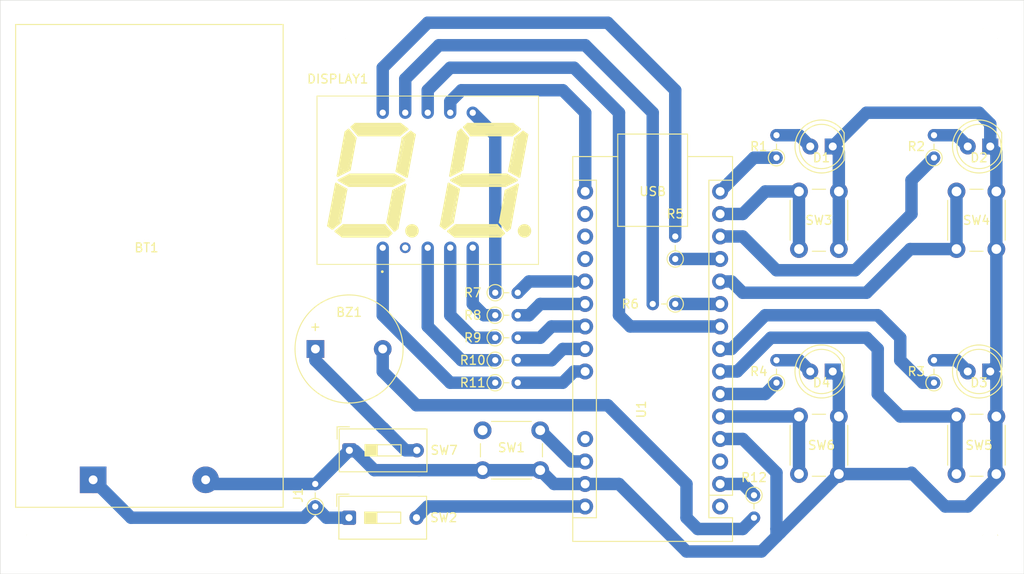
<source format=kicad_pcb>
(kicad_pcb (version 20241229) (generator "pcbnew") (generator_version "9.0")
  (layers (0 "F.Cu" signal) (2 "B.Cu" signal) (13 "F.Paste" user) (15 "B.Paste" user) (5 "F.SilkS" user "F.Silkscreen") (7 "B.SilkS" user "B.Silkscreen") (1 "F.Mask" user) (3 "B.Mask" user) (25 "Edge.Cuts" user))
  (net 0 "")
  (net 1 "GND")
  (net 2 "Net-(BT1-+)")
  (net 3 "Net-(BZ1-+)")
  (net 4 "Net-(BZ1--)")
  (net 5 "Net-(D1-A)")
  (net 6 "Net-(D2-A)")
  (net 7 "D05")
  (net 8 "Net-(D4-A)")
  (net 9 "SEG_C")
  (net 10 "SEG_B")
  (net 11 "SEG_A")
  (net 12 "SEG_G")
  (net 13 "SEG_D")
  (net 14 "SEG_F")
  (net 15 "DIG_2")
  (net 16 "SEG_E")
  (net 17 "DIG_1")
  (net 18 "D12")
  (net 19 "D08")
  (net 20 "D04")
  (net 21 "D09")
  (net 22 "D07")
  (net 23 "A01")
  (net 24 "A02")
  (net 25 "A03")
  (net 26 "A04")
  (net 27 "A05")
  (net 28 "D00")
  (net 29 "RST")
  (net 30 "VIN")
  (net 31 "D11")
  (net 32 "D10")
  (net 33 "D03")
  (net 34 "D02")
  (net 42 "Net-(D3-A)")
  (footprint "Resistor_THT:R_Axial_DIN0204_L3.6mm_D1.6mm_P2.54mm_Vertical" (layer "F.Cu") (at 167.64 95.25 180)
    (property "Reference" "R6" (at 5.08 0 0) (layer "F.SilkS"))
    (property "Value" "470" (hide yes))
    (pad "1" thru_hole circle (at 0 0 180) (size 1.4 1.4) (drill 0.7) (layers "*.Cu" "*.Mask") (net 22 "D07"))
    (pad "2" thru_hole circle (at 2.54 0 180) (size 1.4 1.4) (drill 0.7) (layers "*.Cu" "*.Mask") (net 10 "SEG_B"))
  )
  (footprint "LED_THT:LED_D5.0mm" (layer "F.Cu") (at 185.42 77.47 180)
    (property "Reference" "D1" (at 1.27 -1.27 0) (layer "F.SilkS"))
    (property "Value" "LED" (hide yes))
    (pad "1" thru_hole rect (at 0 0 180) (size 1.8 1.8) (drill 0.9) (layers "*.Cu" "*.Mask") (net 1 "GND"))
    (pad "2" thru_hole circle (at 2.54 0 180) (size 1.8 1.8) (drill 0.9) (layers "*.Cu" "*.Mask") (net 5 "Net-(D1-A)"))
  )
  (footprint "LED_THT:LED_D5.0mm" (layer "F.Cu") (at 203.2 77.47 180)
    (property "Reference" "D2" (at 1.27 -1.27 0) (layer "F.SilkS"))
    (property "Value" "LED" (hide yes))
    (pad "1" thru_hole rect (at 0 0 180) (size 1.8 1.8) (drill 0.9) (layers "*.Cu" "*.Mask") (net 1 "GND"))
    (pad "2" thru_hole circle (at 2.54 0 180) (size 1.8 1.8) (drill 0.9) (layers "*.Cu" "*.Mask") (net 6 "Net-(D2-A)"))
  )
  (footprint "Resistor_THT:R_Axial_DIN0204_L3.6mm_D1.6mm_P2.54mm_Vertical" (layer "F.Cu") (at 179.07 104.14 90)
    (property "Reference" "R4" (at 1.27 -2 180) (layer "F.SilkS"))
    (property "Value" "330" (hide yes))
    (pad "1" thru_hole circle (at 0 0 90) (size 1.4 1.4) (drill 0.7) (layers "*.Cu" "*.Mask") (net 33 "D03"))
    (pad "2" thru_hole circle (at 2.54 0 90) (size 1.4 1.4) (drill 0.7) (layers "*.Cu" "*.Mask") (net 8 "Net-(D4-A)"))
  )
  (footprint "Button_Switch_THT:SW_PUSH_6mm_H9.5mm" (layer "F.Cu") (at 199.39 89.05 90)
    (property "Reference" "SW4" (at 3.25 2.25 180) (layer "F.SilkS"))
    (property "Value" "SW_Push" (hide yes))
    (pad "1" thru_hole circle (at 0 0 180) (size 2 2) (drill 1.1) (layers "*.Cu" "*.Mask") (net 19 "D08"))
    (pad "1" thru_hole circle (at 6.5 0 180) (size 2 2) (drill 1.1) (layers "*.Cu" "*.Mask") (net 19 "D08"))
    (pad "2" thru_hole circle (at 0 4.5 180) (size 2 2) (drill 1.1) (layers "*.Cu" "*.Mask") (net 1 "GND"))
    (pad "2" thru_hole circle (at 6.5 4.5 180) (size 2 2) (drill 1.1) (layers "*.Cu" "*.Mask") (net 1 "GND"))
  )
  (footprint "LED_THT:LED_D5.0mm" (layer "F.Cu") (at 185.42 102.87 180)
    (property "Reference" "D4" (at 1.27 -1.27 0) (layer "F.SilkS"))
    (property "Value" "LED" (hide yes))
    (pad "1" thru_hole rect (at 0 0 180) (size 1.8 1.8) (drill 0.9) (layers "*.Cu" "*.Mask") (net 1 "GND"))
    (pad "2" thru_hole circle (at 2.54 0 180) (size 1.8 1.8) (drill 0.9) (layers "*.Cu" "*.Mask") (net 8 "Net-(D4-A)"))
  )
  (footprint "Resistor_THT:R_Axial_DIN0204_L3.6mm_D1.6mm_P2.54mm_Vertical" (layer "F.Cu") (at 179.07 78.74 90)
    (property "Reference" "R1" (at 1.27 -2 180) (layer "F.SilkS"))
    (property "Value" "330" (hide yes))
    (pad "1" thru_hole circle (at 0 0 90) (size 1.4 1.4) (drill 0.7) (layers "*.Cu" "*.Mask") (net 18 "D12"))
    (pad "2" thru_hole circle (at 2.54 0 90) (size 1.4 1.4) (drill 0.7) (layers "*.Cu" "*.Mask") (net 5 "Net-(D1-A)"))
  )
  (footprint "Resistor_THT:R_Axial_DIN0204_L3.6mm_D1.6mm_P2.54mm_Vertical" (layer "F.Cu") (at 147.32 99.06)
    (property "Reference" "R9" (at -2.54 0 0) (layer "F.SilkS"))
    (property "Value" "470" (hide yes))
    (pad "1" thru_hole circle (at 0 0) (size 1.4 1.4) (drill 0.7) (layers "*.Cu" "*.Mask") (net 13 "SEG_D"))
    (pad "2" thru_hole circle (at 2.54 0) (size 1.4 1.4) (drill 0.7) (layers "*.Cu" "*.Mask") (net 25 "A03"))
  )
  (footprint "Button_Switch_THT:SW_PUSH_6mm_H9.5mm" (layer "F.Cu") (at 181.61 89.05 90)
    (property "Reference" "SW3" (at 3.25 2.25 0) (layer "F.SilkS"))
    (property "Value" "SW_Push" (hide yes))
    (pad "1" thru_hole circle (at 0 0 180) (size 2 2) (drill 1.1) (layers "*.Cu" "*.Mask") (net 31 "D11"))
    (pad "1" thru_hole circle (at 6.5 0 180) (size 2 2) (drill 1.1) (layers "*.Cu" "*.Mask") (net 31 "D11"))
    (pad "2" thru_hole circle (at 0 4.5 180) (size 2 2) (drill 1.1) (layers "*.Cu" "*.Mask") (net 1 "GND"))
    (pad "2" thru_hole circle (at 6.5 4.5 180) (size 2 2) (drill 1.1) (layers "*.Cu" "*.Mask") (net 1 "GND"))
  )
  (footprint "Button_Switch_THT:SW_PUSH_6mm_H9.5mm" (layer "F.Cu") (at 181.61 114.45 90)
    (property "Reference" "SW6" (at 3.25 2.54 180) (layer "F.SilkS"))
    (property "Value" "SW_Push" (hide yes))
    (pad "1" thru_hole circle (at 0 0 180) (size 2 2) (drill 1.1) (layers "*.Cu" "*.Mask") (net 34 "D02"))
    (pad "1" thru_hole circle (at 6.5 0 180) (size 2 2) (drill 1.1) (layers "*.Cu" "*.Mask") (net 34 "D02"))
    (pad "2" thru_hole circle (at 0 4.5 180) (size 2 2) (drill 1.1) (layers "*.Cu" "*.Mask") (net 1 "GND"))
    (pad "2" thru_hole circle (at 6.5 4.5 180) (size 2 2) (drill 1.1) (layers "*.Cu" "*.Mask") (net 1 "GND"))
  )
  (footprint "Button_Switch_THT:SW_PUSH_6mm_H9.5mm" (layer "F.Cu") (at 152.4 114.01 180)
    (property "Reference" "SW1" (at 3.25 2.54 0) (layer "F.SilkS"))
    (property "Value" "SW_Push" (hide yes))
    (pad "1" thru_hole circle (at 0 0 270) (size 2 2) (drill 1.1) (layers "*.Cu" "*.Mask") (net 1 "GND"))
    (pad "1" thru_hole circle (at 6.5 0 270) (size 2 2) (drill 1.1) (layers "*.Cu" "*.Mask") (net 1 "GND"))
    (pad "2" thru_hole circle (at 0 4.5 270) (size 2 2) (drill 1.1) (layers "*.Cu" "*.Mask") (net 29 "RST"))
    (pad "2" thru_hole circle (at 6.5 4.5 270) (size 2 2) (drill 1.1) (layers "*.Cu" "*.Mask") (net 29 "RST"))
  )
  (footprint "Resistor_THT:R_Axial_DIN0204_L3.6mm_D1.6mm_P2.54mm_Vertical" (layer "F.Cu") (at 147.32 96.52)
    (property "Reference" "R8" (at -2.54 0 0) (layer "F.SilkS"))
    (property "Value" "470" (hide yes))
    (pad "1" thru_hole circle (at 0 0) (size 1.4 1.4) (drill 0.7) (layers "*.Cu" "*.Mask") (net 14 "SEG_F"))
    (pad "2" thru_hole circle (at 2.54 0) (size 1.4 1.4) (drill 0.7) (layers "*.Cu" "*.Mask") (net 24 "A02"))
  )
  (footprint "Button_Switch_THT:SW_DIP_SPSTx01_Slide_9.78x4.72mm_W7.62mm_P2.54mm" (layer "F.Cu") (at 130.8525 111.7725)
    (property "Reference" "SW7" (at 10.7 -0.0125 180) (layer "F.SilkS"))
    (property "Value" "SW_SOUND")
    (pad "1" thru_hole roundrect (at 0 0) (size 1.6 1.6) (drill 0.8) (layers "*.Cu" "*.Mask") (roundrect_rratio 0.15625) (net 1 "GND"))
    (pad "2" thru_hole circle (at 7.62 0) (size 1.6 1.6) (drill 0.8) (layers "*.Cu" "*.Mask") (net 3 "Net-(BZ1-+)"))
  )
  (footprint "Resistor_THT:R_Axial_DIN0204_L3.6mm_D1.6mm_P2.54mm_Vertical" (layer "F.Cu") (at 147.32 101.6)
    (property "Reference" "R10" (at -2.54 0 0) (layer "F.SilkS"))
    (property "Value" "470" (hide yes))
    (pad "1" thru_hole circle (at 0 0) (size 1.4 1.4) (drill 0.7) (layers "*.Cu" "*.Mask") (net 16 "SEG_E"))
    (pad "2" thru_hole circle (at 2.54 0) (size 1.4 1.4) (drill 0.7) (layers "*.Cu" "*.Mask") (net 26 "A04"))
  )
  (footprint "MountingHole:MountingHole_2mm" (layer "F.Cu") (at 203.2 64.77)
    (property "Reference" "H2" (at 0 0 0) (layer "F.SilkS"))
    (property "Value" "MountingHole" (hide yes))
    (pad "" np_thru_hole circle (at 0 0) (size 2 2) (drill 2) (layers "*.Cu" "*.Mask"))
  )
  (footprint "MountingHole:MountingHole_2mm" (layer "F.Cu") (at 203.2 121.92)
    (property "Reference" "H3" (at 0 0 0) (layer "F.SilkS"))
    (property "Value" "MountingHole" (hide yes))
    (pad "" np_thru_hole circle (at 0 0) (size 2 2) (drill 2) (layers "*.Cu" "*.Mask"))
  )
  (footprint "Resistor_THT:R_Axial_DIN0204_L3.6mm_D1.6mm_P2.54mm_Vertical" (layer "F.Cu") (at 127 118.11 90)
    (property "Reference" "J1" (at 1.27 -1.92 90) (layer "F.SilkS"))
    (property "Value" "01x02" (hide yes))
    (pad "1" thru_hole circle (at 0 0 90) (size 1.4 1.4) (drill 0.7) (layers "*.Cu" "*.Mask") (net 2 "Net-(BT1-+)"))
    (pad "2" thru_hole circle (at 2.54 0 90) (size 1.4 1.4) (drill 0.7) (layers "*.Cu" "*.Mask") (net 1 "GND"))
  )
  (footprint "Resistor_THT:R_Axial_DIN0204_L3.6mm_D1.6mm_P2.54mm_Vertical" (layer "F.Cu") (at 196.85 104.14 90)
    (property "Reference" "R3" (at 1.27 -2 0) (layer "F.SilkS"))
    (property "Value" "330" (hide yes))
    (pad "1" thru_hole circle (at 0 0 90) (size 1.4 1.4) (drill 0.7) (layers "*.Cu" "*.Mask") (net 7 "D05"))
    (pad "2" thru_hole circle (at 2.54 0 90) (size 1.4 1.4) (drill 0.7) (layers "*.Cu" "*.Mask") (net 42 "Net-(D3-A)"))
  )
  (footprint "Custom:Arduino_Nano_v3" (layer "F.Cu") (at 172.71 118.11 180)
    (property "Reference" "U1" (at 8.89 10.96 90) (layer "F.SilkS"))
    (property "Value" "Arduino_Nano_v3")
    (fp_text user "USB" (at 7.62 35.56 0) (layer "F.SilkS"))
    (pad "1" thru_hole circle (at 0 0 180) (size 1.8 1.8) (drill 1) (layers "*.Cu" "*.Mask"))
    (pad "2" thru_hole circle (at 0 2.54 180) (size 1.8 1.8) (drill 1) (layers "*.Cu" "*.Mask") (net 28 "D00"))
    (pad "3" thru_hole circle (at 0 5.08 180) (size 1.8 1.8) (drill 1) (layers "*.Cu" "*.Mask"))
    (pad "4" thru_hole circle (at 0 7.62 180) (size 1.8 1.8) (drill 1) (layers "*.Cu" "*.Mask") (net 1 "GND"))
    (pad "5" thru_hole circle (at 0 10.16 180) (size 1.8 1.8) (drill 1) (layers "*.Cu" "*.Mask") (net 34 "D02"))
    (pad "6" thru_hole circle (at 0 12.7 180) (size 1.8 1.8) (drill 1) (layers "*.Cu" "*.Mask") (net 33 "D03"))
    (pad "7" thru_hole circle (at 0 15.24 180) (size 1.8 1.8) (drill 1) (layers "*.Cu" "*.Mask") (net 20 "D04"))
    (pad "8" thru_hole circle (at 0 17.78 180) (size 1.8 1.8) (drill 1) (layers "*.Cu" "*.Mask") (net 7 "D05"))
    (pad "9" thru_hole circle (at 0 20.32 180) (size 1.8 1.8) (drill 1) (layers "*.Cu" "*.Mask") (net 17 "DIG_1"))
    (pad "10" thru_hole circle (at 0 22.86 180) (size 1.8 1.8) (drill 1) (layers "*.Cu" "*.Mask") (net 22 "D07"))
    (pad "11" thru_hole circle (at 0 25.4 180) (size 1.8 1.8) (drill 1) (layers "*.Cu" "*.Mask") (net 19 "D08"))
    (pad "12" thru_hole circle (at 0 27.94 180) (size 1.8 1.8) (drill 1) (layers "*.Cu" "*.Mask") (net 21 "D09"))
    (pad "13" thru_hole circle (at 0 30.48 180) (size 1.8 1.8) (drill 1) (layers "*.Cu" "*.Mask") (net 32 "D10"))
    (pad "14" thru_hole circle (at 0 33.02 180) (size 1.8 1.8) (drill 1) (layers "*.Cu" "*.Mask") (net 31 "D11"))
    (pad "15" thru_hole circle (at 0 35.56 180) (size 1.8 1.8) (drill 1) (layers "*.Cu" "*.Mask") (net 18 "D12"))
    (pad "16" thru_hole circle (at 15.24 35.56 180) (size 1.8 1.8) (drill 1) (layers "*.Cu" "*.Mask") (net 15 "DIG_2"))
    (pad "17" thru_hole circle (at 15.24 33.02 180) (size 1.8 1.8) (drill 1) (layers "*.Cu" "*.Mask"))
    (pad "18" thru_hole circle (at 15.24 30.48 180) (size 1.8 1.8) (drill 1) (layers "*.Cu" "*.Mask"))
    (pad "19" thru_hole circle (at 15.24 27.94 180) (size 1.8 1.8) (drill 1) (layers "*.Cu" "*.Mask"))
    (pad "20" thru_hole circle (at 15.24 25.4 180) (size 1.8 1.8) (drill 1) (layers "*.Cu" "*.Mask") (net 23 "A01"))
    (pad "21" thru_hole circle (at 15.24 22.86 180) (size 1.8 1.8) (drill 1) (layers "*.Cu" "*.Mask") (net 24 "A02"))
    (pad "22" thru_hole circle (at 15.24 20.32 180) (size 1.8 1.8) (drill 1) (layers "*.Cu" "*.Mask") (net 25 "A03"))
    (pad "23" thru_hole circle (at 15.24 17.78 180) (size 1.8 1.8) (drill 1) (layers "*.Cu" "*.Mask") (net 26 "A04"))
    (pad "24" thru_hole circle (at 15.24 15.24 180) (size 1.8 1.8) (drill 1) (layers "*.Cu" "*.Mask") (net 27 "A05"))
    (pad "27" thru_hole circle (at 15.24 7.62 180) (size 1.8 1.8) (drill 1) (layers "*.Cu" "*.Mask"))
    (pad "28" thru_hole circle (at 15.24 5.08 180) (size 1.8 1.8) (drill 1) (layers "*.Cu" "*.Mask") (net 29 "RST"))
    (pad "29" thru_hole circle (at 15.24 2.54 180) (size 1.8 1.8) (drill 1) (layers "*.Cu" "*.Mask") (net 1 "GND"))
    (pad "30" thru_hole circle (at 15.24 0 180) (size 1.8 1.8) (drill 1) (layers "*.Cu" "*.Mask") (net 30 "VIN"))
  )
  (footprint "Resistor_THT:R_Axial_DIN0204_L3.6mm_D1.6mm_P2.54mm_Vertical" (layer "F.Cu") (at 147.32 104.14)
    (property "Reference" "R11" (at -2.54 0 0) (layer "F.SilkS"))
    (property "Value" "470" (hide yes))
    (pad "1" thru_hole circle (at 0 0) (size 1.4 1.4) (drill 0.7) (layers "*.Cu" "*.Mask") (net 9 "SEG_C"))
    (pad "2" thru_hole circle (at 2.54 0) (size 1.4 1.4) (drill 0.7) (layers "*.Cu" "*.Mask") (net 27 "A05"))
  )
  (footprint "Custom:Display_7S_CC_DIP10_VCC_C565S9" (layer "F.Cu") (at 139.7 81.28)
    (property "Reference" "DISPLAY1" (at -10.16 -11.43 0) (layer "F.SilkS"))
    (property "Value" "Display_7S_CC_DIP10_5621AS-1" (hide yes))
    (pad "1" thru_hole circle (at -5.08 7.62) (size 1.217 1.217) (drill 0.71) (layers "*.Cu" "*.Mask") (net 9 "SEG_C"))
    (pad "2" thru_hole circle (at -2.54 7.62) (size 1.217 1.217) (drill 0.71) (layers "*.Cu" "*.Mask"))
    (pad "3" thru_hole circle (at 0 7.62) (size 1.217 1.217) (drill 0.71) (layers "*.Cu" "*.Mask") (net 16 "SEG_E"))
    (pad "4" thru_hole circle (at 2.54 7.62) (size 1.217 1.217) (drill 0.71) (layers "*.Cu" "*.Mask") (net 13 "SEG_D"))
    (pad "5" thru_hole circle (at 5.08 7.62) (size 1.217 1.217) (drill 0.71) (layers "*.Cu" "*.Mask") (net 14 "SEG_F"))
    (pad "6" thru_hole circle (at 5.08 -7.62) (size 1.217 1.217) (drill 0.71) (layers "*.Cu" "*.Mask") (net 12 "SEG_G"))
    (pad "7" thru_hole circle (at 2.54 -7.62) (size 1.217 1.217) (drill 0.71) (layers "*.Cu" "*.Mask") (net 15 "DIG_2"))
    (pad "8" thru_hole circle (at 0 -7.62) (size 1.217 1.217) (drill 0.71) (layers "*.Cu" "*.Mask") (net 17 "DIG_1"))
    (pad "9" thru_hole circle (at -2.54 -7.62) (size 1.217 1.217) (drill 0.71) (layers "*.Cu" "*.Mask") (net 10 "SEG_B"))
    (pad "10" thru_hole circle (at -5.08 -7.62) (size 1.217 1.217) (drill 0.71) (layers "*.Cu" "*.Mask") (net 11 "SEG_A"))
  )
  (footprint "Resistor_THT:R_Axial_DIN0204_L3.6mm_D1.6mm_P2.54mm_Vertical" (layer "F.Cu") (at 176.53 116.84 -90)
    (property "Reference" "R12" (at -2 0 180) (layer "F.SilkS"))
    (property "Value" "470" (hide yes))
    (pad "1" thru_hole circle (at 0 0 270) (size 1.4 1.4) (drill 0.7) (layers "*.Cu" "*.Mask") (net 28 "D00"))
    (pad "2" thru_hole circle (at 2.54 0 270) (size 1.4 1.4) (drill 0.7) (layers "*.Cu" "*.Mask") (net 4 "Net-(BZ1--)"))
  )
  (footprint "LED_THT:LED_D5.0mm" (layer "F.Cu") (at 203.2 102.87 180)
    (property "Reference" "D3" (at 1.27 -1.27 0) (layer "F.SilkS"))
    (property "Value" "LED" (hide yes))
    (pad "1" thru_hole rect (at 0 0 180) (size 1.8 1.8) (drill 0.9) (layers "*.Cu" "*.Mask") (net 1 "GND"))
    (pad "2" thru_hole circle (at 2.54 0 180) (size 1.8 1.8) (drill 0.9) (layers "*.Cu" "*.Mask") (net 42 "Net-(D3-A)"))
  )
  (footprint "Resistor_THT:R_Axial_DIN0204_L3.6mm_D1.6mm_P2.54mm_Vertical" (layer "F.Cu") (at 196.85 78.74 90)
    (property "Reference" "R2" (at 1.27 -2 0) (layer "F.SilkS"))
    (property "Value" "330" (hide yes))
    (pad "1" thru_hole circle (at 0 0 90) (size 1.4 1.4) (drill 0.7) (layers "*.Cu" "*.Mask") (net 32 "D10"))
    (pad "2" thru_hole circle (at 2.54 0 90) (size 1.4 1.4) (drill 0.7) (layers "*.Cu" "*.Mask") (net 6 "Net-(D2-A)"))
  )
  (footprint "Resistor_THT:R_Axial_DIN0204_L3.6mm_D1.6mm_P2.54mm_Vertical" (layer "F.Cu") (at 167.64 90.17 90)
    (property "Reference" "R5" (at 5.08 0 180) (layer "F.SilkS"))
    (property "Value" "470" (hide yes))
    (pad "1" thru_hole circle (at 0 0 90) (size 1.4 1.4) (drill 0.7) (layers "*.Cu" "*.Mask") (net 21 "D09"))
    (pad "2" thru_hole circle (at 2.54 0 90) (size 1.4 1.4) (drill 0.7) (layers "*.Cu" "*.Mask") (net 11 "SEG_A"))
  )
  (footprint "Resistor_THT:R_Axial_DIN0204_L3.6mm_D1.6mm_P2.54mm_Vertical" (layer "F.Cu") (at 147.32 93.98)
    (property "Reference" "R7" (at -2.54 0 0) (layer "F.SilkS"))
    (property "Value" "470" (hide yes))
    (pad "1" thru_hole circle (at 0 0) (size 1.4 1.4) (drill 0.7) (layers "*.Cu" "*.Mask") (net 12 "SEG_G"))
    (pad "2" thru_hole circle (at 2.54 0) (size 1.4 1.4) (drill 0.7) (layers "*.Cu" "*.Mask") (net 23 "A01"))
  )
  (footprint "MountingHole:MountingHole_2mm" (layer "F.Cu") (at 129.54 64.77)
    (property "Reference" "H1" (at 0 0 0) (layer "F.SilkS"))
    (property "Value" "MountingHole" (hide yes))
    (pad "" np_thru_hole circle (at 0 0) (size 2 2) (drill 2) (layers "*.Cu" "*.Mask"))
  )
  (footprint "Battery:BatteryHolder_Eagle_12BH611-GR" (layer "F.Cu") (at 101.93 115.1 -90)
    (property "Reference" "BT1" (at -26.2 -6.02 180) (layer "F.SilkS"))
    (property "Value" "Batt_9V")
    (pad "" np_thru_hole circle (at -38.9 -17.45 270) (size 2.6 2.6) (drill 2.6) (layers "*.Cu" "*.Mask"))
    (pad "" np_thru_hole circle (at -24.15 4.75 270) (size 2.6 2.6) (drill 2.6) (layers "*.Cu" "*.Mask"))
    (pad "" np_thru_hole circle (at -10.9 -17.45 270) (size 2.6 2.6) (drill 2.6) (layers "*.Cu" "*.Mask"))
    (pad "1" thru_hole rect (at 0 0 270) (size 3 3) (drill 1) (layers "*.Cu" "*.Mask") (net 2 "Net-(BT1-+)"))
    (pad "2" thru_hole circle (at 0 -12.7 270) (size 3 3) (drill 1) (layers "*.Cu" "*.Mask") (net 1 "GND"))
  )
  (footprint "Button_Switch_THT:SW_DIP_SPSTx01_Slide_9.78x4.72mm_W7.62mm_P2.54mm" (layer "F.Cu") (at 130.81 119.38)
    (property "Reference" "SW2" (at 10.7 -0.0125 0) (layer "F.SilkS"))
    (property "Value" "SW_ON_OFF")
    (pad "1" thru_hole roundrect (at 0 0) (size 1.6 1.6) (drill 0.8) (layers "*.Cu" "*.Mask") (roundrect_rratio 0.15625) (net 2 "Net-(BT1-+)"))
    (pad "2" thru_hole circle (at 7.62 0) (size 1.6 1.6) (drill 0.8) (layers "*.Cu" "*.Mask") (net 30 "VIN"))
  )
  (footprint "MountingHole:MountingHole_2mm" (layer "F.Cu") (at 95.25 121.92)
    (property "Reference" "H4" (at 0 0 0) (layer "F.SilkS"))
    (property "Value" "MountingHole" (hide yes))
    (pad "" np_thru_hole circle (at 0 0) (size 2 2) (drill 2) (layers "*.Cu" "*.Mask"))
  )
  (footprint "Buzzer_Beeper:Buzzer_12x9.5RM7.6" (layer "F.Cu") (at 127.02 100.33)
    (property "Reference" "BZ1" (at 3.8 -4.14 0) (layer "F.SilkS"))
    (property "Value" "Buzzer")
    (fp_text user "+" (at -0.01 -2.54 0) (layer "F.SilkS"))
    (pad "1" thru_hole rect (at 0 0) (size 2 2) (drill 1) (layers "*.Cu" "*.Mask") (net 3 "Net-(BZ1-+)"))
    (pad "2" thru_hole circle (at 7.6 0) (size 2 2) (drill 1) (layers "*.Cu" "*.Mask") (net 4 "Net-(BZ1--)"))
  )
  (footprint "Button_Switch_THT:SW_PUSH_6mm_H9.5mm" (layer "F.Cu") (at 199.39 114.45 90)
    (property "Reference" "SW5" (at 3.25 2.54 180) (layer "F.SilkS"))
    (property "Value" "SW_Push" (hide yes))
    (pad "1" thru_hole circle (at 0 0 180) (size 2 2) (drill 1.1) (layers "*.Cu" "*.Mask") (net 20 "D04"))
    (pad "1" thru_hole circle (at 6.5 0 180) (size 2 2) (drill 1.1) (layers "*.Cu" "*.Mask") (net 20 "D04"))
    (pad "2" thru_hole circle (at 0 4.5 180) (size 2 2) (drill 1.1) (layers "*.Cu" "*.Mask") (net 1 "GND"))
    (pad "2" thru_hole circle (at 6.5 4.5 180) (size 2 2) (drill 1.1) (layers "*.Cu" "*.Mask") (net 1 "GND"))
  )
  (gr_line (start 207.01 60.96) (end 207.01 125.73) (stroke (width 0.05)) (layer "Edge.Cuts"))
  (gr_line (start 91.44 125.73) (end 91.44 60.96) (stroke (width 0.05)) (layer "Edge.Cuts"))
  (gr_line (start 207.01 125.73) (end 91.44 125.73) (stroke (width 0.05)) (layer "Edge.Cuts"))
  (gr_line (start 91.44 60.96) (end 207.01 60.96) (stroke (width 0.05)) (layer "Edge.Cuts"))
  (segment (start 131.46625 111.8025) (end 133.67375 114.01) (width 1.4) (layer "B.Cu") (net 1))
  (segment (start 114.63 115.1) (end 114.63 115.24) (width 1.4) (layer "B.Cu") (net 1))
  (segment (start 203.89 114.45) (end 203.89 114.88) (width 1.4) (layer "B.Cu") (net 1))
  (segment (start 203.89 89.05) (end 203.89 82.55) (width 1.4) (layer "B.Cu") (net 1))
  (segment (start 152.4 114.01) (end 145.9 114.01) (width 1.4) (layer "B.Cu") (net 1))
  (segment (start 175.26 110.49) (end 172.71 110.49) (width 1.4) (layer "B.Cu") (net 1))
  (segment (start 127 115.57) (end 127.055 115.57) (width 1.4) (layer "B.Cu") (net 1))
  (segment (start 161.29 115.57) (end 168.91 123.19) (width 1.4) (layer "B.Cu") (net 1))
  (segment (start 186.11 89.05) (end 186.11 82.55) (width 1.4) (layer "B.Cu") (net 1))
  (segment (start 157.47 115.57) (end 161.29 115.57) (width 1.4) (layer "B.Cu") (net 1))
  (segment (start 177.37 123.19) (end 179.07 121.49) (width 1.4) (layer "B.Cu") (net 1))
  (segment (start 138.72 114.01) (end 145.9 114.01) (width 1.4) (layer "B.Cu") (net 1))
  (segment (start 203.89 78.16) (end 203.2 77.47) (width 1.4) (layer "B.Cu") (net 1))
  (segment (start 194.16 114.45) (end 186.11 114.45) (width 1.4) (layer "B.Cu") (net 1))
  (segment (start 186.11 114.45) (end 186.11 107.95) (width 1.4) (layer "B.Cu") (net 1))
  (segment (start 203.89 103.56) (end 203.2 102.87) (width 1.4) (layer "B.Cu") (net 1))
  (segment (start 203.89 107.95) (end 203.89 103.56) (width 1.4) (layer "B.Cu") (net 1))
  (segment (start 179.49 121.07) (end 179.07 120.65) (width 1.4) (layer "B.Cu") (net 1))
  (segment (start 189.23 73.66) (end 201.93 73.66) (width 1.4) (layer "B.Cu") (net 1))
  (segment (start 201.93 73.66) (end 203.2 74.93) (width 1.4) (layer "B.Cu") (net 1))
  (segment (start 115.1 115.57) (end 114.63 115.1) (width 1.4) (layer "B.Cu") (net 1))
  (segment (start 179.07 114.3) (end 175.26 110.49) (width 1.4) (layer "B.Cu") (net 1))
  (segment (start 186.11 78.16) (end 185.42 77.47) (width 1.4) (layer "B.Cu") (net 1))
  (segment (start 186.11 82.55) (end 186.11 78.16) (width 1.4) (layer "B.Cu") (net 1))
  (segment (start 186.11 107.95) (end 186.11 103.56) (width 1.4) (layer "B.Cu") (net 1))
  (segment (start 194.31 114.3) (end 194.16 114.45) (width 1.4) (layer "B.Cu") (net 1))
  (segment (start 138.72 114.01) (end 133.67375 114.01) (width 1.4) (layer "B.Cu") (net 1))
  (segment (start 185.42 77.47) (end 189.23 73.66) (width 1.4) (layer "B.Cu") (net 1))
  (segment (start 200.66 118.11) (end 198.12 118.11) (width 1.4) (layer "B.Cu") (net 1))
  (segment (start 179.07 120.65) (end 179.07 114.3) (width 1.4) (layer "B.Cu") (net 1))
  (segment (start 203.89 102.18) (end 203.2 102.87) (width 1.4) (layer "B.Cu") (net 1))
  (segment (start 179.07 121.49) (end 179.49 121.07) (width 1.4) (layer "B.Cu") (net 1))
  (segment (start 203.89 82.55) (end 203.89 78.16) (width 1.4) (layer "B.Cu") (net 1))
  (segment (start 186.11 103.56) (end 185.42 102.87) (width 1.4) (layer "B.Cu") (net 1))
  (segment (start 179.07 120.65) (end 179.07 121.49) (width 1.4) (layer "B.Cu") (net 1))
  (segment (start 153.96 115.57) (end 152.4 114.01) (width 1.4) (layer "B.Cu") (net 1))
  (segment (start 203.89 89.05) (end 203.89 102.18) (width 1.4) (layer "B.Cu") (net 1))
  (segment (start 198.12 118.11) (end 194.31 114.3) (width 1.4) (layer "B.Cu") (net 1))
  (segment (start 168.91 123.19) (end 177.37 123.19) (width 1.4) (layer "B.Cu") (net 1))
  (segment (start 203.89 114.45) (end 203.89 107.95) (width 1.4) (layer "B.Cu") (net 1))
  (segment (start 127.055 115.57) (end 130.8525 111.7725) (width 1.4) (layer "B.Cu") (net 1))
  (segment (start 127 115.57) (end 115.1 115.57) (width 1.4) (layer "B.Cu") (net 1))
  (segment (start 179.49 121.07) (end 186.11 114.45) (width 1.4) (layer "B.Cu") (net 1))
  (segment (start 157.47 115.57) (end 153.96 115.57) (width 1.4) (layer "B.Cu") (net 1))
  (segment (start 203.2 74.93) (end 203.2 77.47) (width 1.4) (layer "B.Cu") (net 1))
  (segment (start 203.89 114.88) (end 200.66 118.11) (width 1.4) (layer "B.Cu") (net 1))
  (segment (start 125.73 119.38) (end 106.21 119.38) (width 1.4) (layer "B.Cu") (net 2))
  (segment (start 130.81 119.38) (end 128.27 119.38) (width 1.4) (layer "B.Cu") (net 2))
  (segment (start 106.21 119.38) (end 101.93 115.1) (width 1.4) (layer "B.Cu") (net 2))
  (segment (start 127 118.11) (end 125.73 119.38) (width 1.4) (layer "B.Cu") (net 2))
  (segment (start 101.93 115.1) (end 101.93 115.9) (width 1.4) (layer "B.Cu") (net 2))
  (segment (start 128.27 119.38) (end 127 118.11) (width 1.4) (layer "B.Cu") (net 2))
  (segment (start 134.6925 109.2625) (end 137.2025 111.7725) (width 1.4) (layer "B.Cu") (net 3))
  (segment (start 137.2025 111.7725) (end 138.4725 111.7725) (width 1.4) (layer "B.Cu") (net 3))
  (segment (start 134.6625 109.2625) (end 134.6925 109.2625) (width 1.4) (layer "B.Cu") (net 3))
  (segment (start 134.6625 109.2625) (end 127.02 101.62) (width 1.4) (layer "B.Cu") (net 3))
  (segment (start 127.02 100.33) (end 127.02 101.62) (width 1.4) (layer "B.Cu") (net 3))
  (segment (start 134.62 102.87) (end 134.62 100.33) (width 1.4) (layer "B.Cu") (net 4))
  (segment (start 138.43 106.68) (end 160.02 106.68) (width 1.4) (layer "B.Cu") (net 4))
  (segment (start 134.62 102.87) (end 138.43 106.68) (width 1.4) (layer "B.Cu") (net 4))
  (segment (start 160.02 106.68) (end 168.91 115.57) (width 1.4) (layer "B.Cu") (net 4))
  (segment (start 168.91 115.57) (end 168.91 119.38) (width 1.4) (layer "B.Cu") (net 4))
  (segment (start 170.18 120.65) (end 175.26 120.65) (width 1.4) (layer "B.Cu") (net 4))
  (segment (start 168.91 119.38) (end 170.18 120.65) (width 1.4) (layer "B.Cu") (net 4))
  (segment (start 175.26 120.65) (end 176.53 119.38) (width 1.4) (layer "B.Cu") (net 4))
  (segment (start 181.61 76.2) (end 182.88 77.47) (width 1.4) (layer "B.Cu") (net 5))
  (segment (start 179.07 76.2) (end 181.61 76.2) (width 1.4) (layer "B.Cu") (net 5))
  (segment (start 196.85 76.2) (end 199.39 76.2) (width 1.4) (layer "B.Cu") (net 6))
  (segment (start 199.39 76.2) (end 200.66 77.47) (width 1.4) (layer "B.Cu") (net 6))
  (segment (start 195.58 104.14) (end 196.85 104.14) (width 1.4) (layer "B.Cu") (net 7))
  (segment (start 193.04 99.06) (end 193.04 101.6) (width 1.4) (layer "B.Cu") (net 7))
  (segment (start 177.8 96.52) (end 190.5 96.52) (width 1.4) (layer "B.Cu") (net 7))
  (segment (start 173.99 100.33) (end 177.8 96.52) (width 1.4) (layer "B.Cu") (net 7))
  (segment (start 190.5 96.52) (end 193.04 99.06) (width 1.4) (layer "B.Cu") (net 7))
  (segment (start 173.99 100.33) (end 172.71 100.33) (width 1.4) (layer "B.Cu") (net 7))
  (segment (start 193.04 101.6) (end 195.58 104.14) (width 1.4) (layer "B.Cu") (net 7))
  (segment (start 179.07 101.6) (end 181.61 101.6) (width 1.4) (layer "B.Cu") (net 8))
  (segment (start 181.61 101.6) (end 182.88 102.87) (width 1.4) (layer "B.Cu") (net 8))
  (segment (start 142.24 104.14) (end 147.32 104.14) (width 1.4) (layer "B.Cu") (net 9))
  (segment (start 134.62 96.52) (end 142.24 104.14) (width 1.4) (layer "B.Cu") (net 9))
  (segment (start 134.62 88.9) (end 134.62 96.52) (width 1.4) (layer "B.Cu") (net 9))
  (segment (start 140.97 66.04) (end 157.48 66.04) (width 1.4) (layer "B.Cu") (net 10))
  (segment (start 165.1 73.66) (end 165.1 95.25) (width 1.4) (layer "B.Cu") (net 10))
  (segment (start 137.16 73.66) (end 137.16 69.85) (width 1.4) (layer "B.Cu") (net 10))
  (segment (start 157.48 66.04) (end 165.1 73.66) (width 1.4) (layer "B.Cu") (net 10))
  (segment (start 137.16 69.85) (end 140.97 66.04) (width 1.4) (layer "B.Cu") (net 10))
  (segment (start 134.62 68.58) (end 139.7 63.5) (width 1.4) (layer "B.Cu") (net 11))
  (segment (start 139.7 63.5) (end 160.02 63.5) (width 1.4) (layer "B.Cu") (net 11))
  (segment (start 160.02 63.5) (end 167.64 71.12) (width 1.4) (layer "B.Cu") (net 11))
  (segment (start 134.62 73.66) (end 134.62 68.58) (width 1.4) (layer "B.Cu") (net 11))
  (segment (start 167.64 71.12) (end 167.64 87.63) (width 1.4) (layer "B.Cu") (net 11))
  (segment (start 147.32 93.98) (end 147.32 76.2) (width 1.4) (layer "B.Cu") (net 12))
  (segment (start 147.32 76.2) (end 144.78 73.66) (width 1.4) (layer "B.Cu") (net 12))
  (segment (start 144.78 99.06) (end 147.32 99.06) (width 1.4) (layer "B.Cu") (net 13))
  (segment (start 142.24 88.9) (end 142.24 96.52) (width 1.4) (layer "B.Cu") (net 13))
  (segment (start 142.24 96.52) (end 144.78 99.06) (width 1.4) (layer "B.Cu") (net 13))
  (segment (start 144.78 88.9) (end 144.78 95.25) (width 1.4) (layer "B.Cu") (net 14))
  (segment (start 146.05 96.52) (end 147.32 96.52) (width 1.4) (layer "B.Cu") (net 14))
  (segment (start 144.78 95.25) (end 146.05 96.52) (width 1.4) (layer "B.Cu") (net 14))
  (segment (start 142.24 73.66) (end 142.24 72.39) (width 1.4) (layer "B.Cu") (net 15))
  (segment (start 143.51 71.12) (end 154.94 71.12) (width 1.4) (layer "B.Cu") (net 15))
  (segment (start 157.48 73.66) (end 157.48 82.55) (width 1.4) (layer "B.Cu") (net 15))
  (segment (start 154.94 71.12) (end 157.48 73.66) (width 1.4) (layer "B.Cu") (net 15))
  (segment (start 142.24 72.39) (end 143.51 71.12) (width 1.4) (layer "B.Cu") (net 15))
  (segment (start 143.51 101.6) (end 147.32 101.6) (width 1.4) (layer "B.Cu") (net 16))
  (segment (start 139.7 97.79) (end 143.51 101.6) (width 1.4) (layer "B.Cu") (net 16))
  (segment (start 139.7 88.9) (end 139.7 97.79) (width 1.4) (layer "B.Cu") (net 16))
  (segment (start 162.56 97.79) (end 161.29 96.52) (width 1.4) (layer "B.Cu") (net 17))
  (segment (start 139.7 71.12) (end 139.7 73.66) (width 1.4) (layer "B.Cu") (net 17))
  (segment (start 142.24 68.58) (end 139.7 71.12) (width 1.4) (layer "B.Cu") (net 17))
  (segment (start 156.21 68.58) (end 142.24 68.58) (width 1.4) (layer "B.Cu") (net 17))
  (segment (start 161.29 73.66) (end 156.21 68.58) (width 1.4) (layer "B.Cu") (net 17))
  (segment (start 161.29 96.52) (end 161.29 73.66) (width 1.4) (layer "B.Cu") (net 17))
  (segment (start 172.71 97.79) (end 162.56 97.79) (width 1.4) (layer "B.Cu") (net 17))
  (segment (start 176.52 78.74) (end 172.71 82.55) (width 1.4) (layer "B.Cu") (net 18))
  (segment (start 179.07 78.74) (end 176.52 78.74) (width 1.4) (layer "B.Cu") (net 18))
  (segment (start 175.26 93.98) (end 189.23 93.98) (width 1.4) (layer "B.Cu") (net 19))
  (segment (start 172.71 92.71) (end 173.99 92.71) (width 1.4) (layer "B.Cu") (net 19))
  (segment (start 173.99 92.71) (end 175.26 93.98) (width 1.4) (layer "B.Cu") (net 19))
  (segment (start 189.23 93.98) (end 194.16 89.05) (width 1.4) (layer "B.Cu") (net 19))
  (segment (start 199.39 89.05) (end 199.39 82.55) (width 1.4) (layer "B.Cu") (net 19))
  (segment (start 194.16 89.05) (end 199.39 89.05) (width 1.4) (layer "B.Cu") (net 19))
  (segment (start 193.04 107.95) (end 199.39 107.95) (width 1.4) (layer "B.Cu") (net 20))
  (segment (start 190.5 100.33) (end 190.5 105.41) (width 1.4) (layer "B.Cu") (net 20))
  (segment (start 174.625 102.87) (end 172.71 102.87) (width 1.4) (layer "B.Cu") (net 20))
  (segment (start 178.435 99.06) (end 189.23 99.06) (width 1.4) (layer "B.Cu") (net 20))
  (segment (start 174.625 102.87) (end 178.435 99.06) (width 1.4) (layer "B.Cu") (net 20))
  (segment (start 189.23 99.06) (end 190.5 100.33) (width 1.4) (layer "B.Cu") (net 20))
  (segment (start 199.39 114.45) (end 199.39 107.95) (width 1.4) (layer "B.Cu") (net 20))
  (segment (start 190.5 105.41) (end 193.04 107.95) (width 1.4) (layer "B.Cu") (net 20))
  (segment (start 172.71 90.17) (end 167.64 90.17) (width 1.4) (layer "B.Cu") (net 21))
  (segment (start 172.71 95.25) (end 167.64 95.25) (width 1.4) (layer "B.Cu") (net 22))
  (segment (start 156.21 92.71) (end 151.13 92.71) (width 1.4) (layer "B.Cu") (net 23))
  (segment (start 151.13 92.71) (end 149.86 93.98) (width 1.4) (layer "B.Cu") (net 23))
  (segment (start 152.4 95.25) (end 151.13 96.52) (width 1.4) (layer "B.Cu") (net 24))
  (segment (start 151.13 96.52) (end 149.86 96.52) (width 1.4) (layer "B.Cu") (net 24))
  (segment (start 157.47 95.25) (end 152.4 95.25) (width 1.4) (layer "B.Cu") (net 24))
  (segment (start 157.47 97.79) (end 153.67 97.79) (width 1.4) (layer "B.Cu") (net 25))
  (segment (start 152.4 99.06) (end 149.86 99.06) (width 1.4) (layer "B.Cu") (net 25))
  (segment (start 153.67 97.79) (end 152.4 99.06) (width 1.4) (layer "B.Cu") (net 25))
  (segment (start 153.67 101.6) (end 149.86 101.6) (width 1.4) (layer "B.Cu") (net 26))
  (segment (start 157.47 100.33) (end 154.94 100.33) (width 1.4) (layer "B.Cu") (net 26))
  (segment (start 154.94 100.33) (end 153.67 101.6) (width 1.4) (layer "B.Cu") (net 26))
  (segment (start 156.21 102.87) (end 154.94 104.14) (width 1.4) (layer "B.Cu") (net 27))
  (segment (start 157.47 102.87) (end 156.21 102.87) (width 1.4) (layer "B.Cu") (net 27))
  (segment (start 154.94 104.14) (end 149.86 104.14) (width 1.4) (layer "B.Cu") (net 27))
  (segment (start 172.71 115.57) (end 175.26 115.57) (width 1.4) (layer "B.Cu") (net 28))
  (segment (start 175.26 115.57) (end 176.53 116.84) (width 1.4) (layer "B.Cu") (net 28))
  (segment (start 157.47 113.03) (end 155.92 113.03) (width 1.4) (layer "B.Cu") (net 29))
  (segment (start 155.92 113.03) (end 152.4 109.51) (width 1.4) (layer "B.Cu") (net 29))
  (segment (start 139.7 118.11) (end 157.47 118.11) (width 1.4) (layer "B.Cu") (net 30))
  (segment (start 139.7 118.11) (end 138.43 119.38) (width 1.4) (layer "B.Cu") (net 30))
  (segment (start 175.26 85.09) (end 172.71 85.09) (width 1.4) (layer "B.Cu") (net 31))
  (segment (start 181.61 89.05) (end 181.61 82.55) (width 1.4) (layer "B.Cu") (net 31))
  (segment (start 175.26 85.09) (end 177.8 82.55) (width 1.4) (layer "B.Cu") (net 31))
  (segment (start 177.8 82.55) (end 181.61 82.55) (width 1.4) (layer "B.Cu") (net 31))
  (segment (start 194.31 81.28) (end 196.85 78.74) (width 1.4) (layer "B.Cu") (net 32))
  (segment (start 194.31 85.09) (end 194.31 81.28) (width 1.4) (layer "B.Cu") (net 32))
  (segment (start 175.26 87.63) (end 172.71 87.63) (width 1.4) (layer "B.Cu") (net 32))
  (segment (start 175.26 87.63) (end 179.07 91.44) (width 1.4) (layer "B.Cu") (net 32))
  (segment (start 187.96 91.44) (end 194.31 85.09) (width 1.4) (layer "B.Cu") (net 32))
  (segment (start 179.07 91.44) (end 187.96 91.44) (width 1.4) (layer "B.Cu") (net 32))
  (segment (start 177.8 105.41) (end 179.07 104.14) (width 1.4) (layer "B.Cu") (net 33))
  (segment (start 172.71 105.41) (end 177.8 105.41) (width 1.4) (layer "B.Cu") (net 33))
  (segment (start 181.61 114.45) (end 181.61 107.95) (width 1.4) (layer "B.Cu") (net 34))
  (segment (start 172.71 107.95) (end 181.61 107.95) (width 1.4) (layer "B.Cu") (net 34))
  (segment (start 196.85 101.6) (end 199.39 101.6) (width 1.4) (layer "B.Cu") (net 42))
  (segment (start 199.39 101.6) (end 200.66 102.87) (width 1.4) (layer "B.Cu") (net 42))
)
</source>
